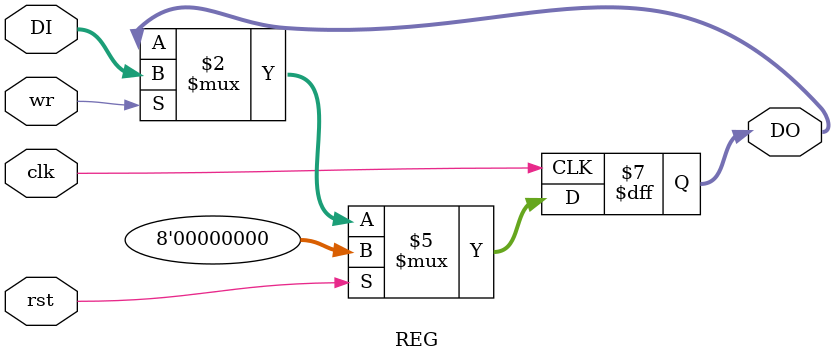
<source format=v>
module REG
#(
    parameter BITS = 8
)
(
    input   clk,rst,
    input   wr,
    input   [BITS-1:0] DI,
    output  reg [BITS-1:0] DO
);

always @(posedge clk)begin
    if(rst) DO <= 0;
    else if(wr) DO <= DI;
end

endmodule

</source>
